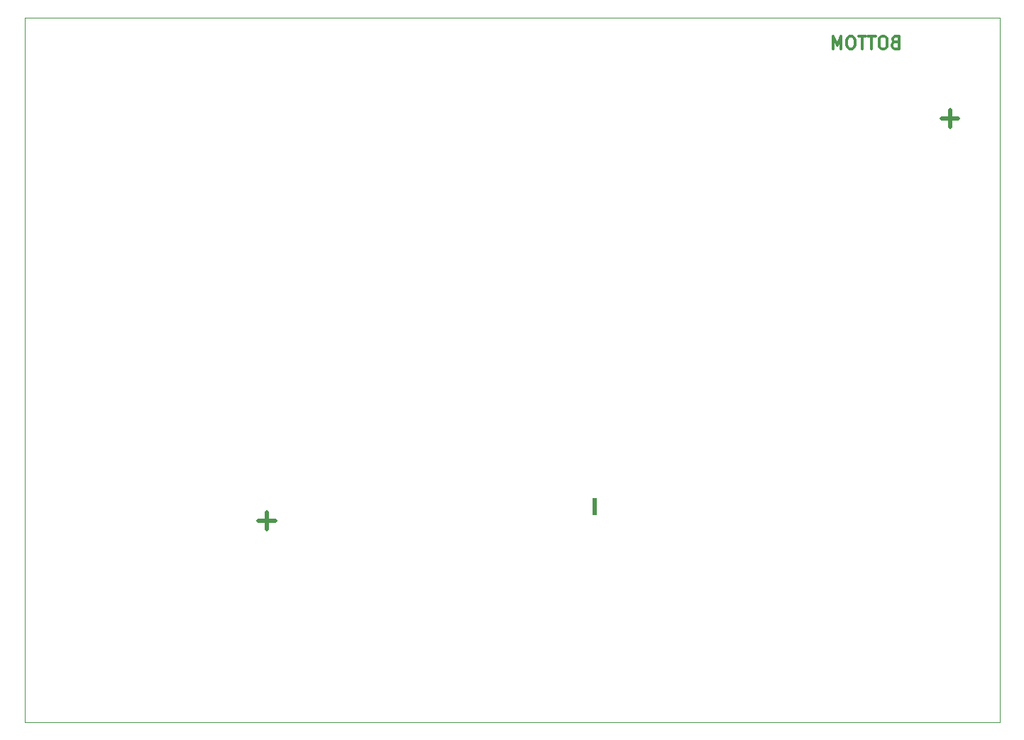
<source format=gbr>
%TF.GenerationSoftware,KiCad,Pcbnew,(6.0.0)*%
%TF.CreationDate,2022-01-24T11:23:06-03:00*%
%TF.ProjectId,HLI-M,484c492d-4d2e-46b6-9963-61645f706362,rev?*%
%TF.SameCoordinates,Original*%
%TF.FileFunction,Legend,Bot*%
%TF.FilePolarity,Positive*%
%FSLAX46Y46*%
G04 Gerber Fmt 4.6, Leading zero omitted, Abs format (unit mm)*
G04 Created by KiCad (PCBNEW (6.0.0)) date 2022-01-24 11:23:06*
%MOMM*%
%LPD*%
G01*
G04 APERTURE LIST*
%ADD10C,0.500000*%
%TA.AperFunction,Profile*%
%ADD11C,0.050000*%
%TD*%
%ADD12C,0.300000*%
%ADD13R,0.600000X2.100000*%
G04 APERTURE END LIST*
D10*
X181500000Y-41500000D02*
X179500000Y-41500000D01*
X180500000Y-40500000D02*
X180500000Y-42500000D01*
X100000000Y-89500000D02*
X98000000Y-89500000D01*
X99000000Y-88500000D02*
X99000000Y-90500000D01*
D11*
X186436000Y-113538000D02*
X186436000Y-29500000D01*
X70104000Y-29500000D02*
X70104000Y-113538000D01*
X186436000Y-29500000D02*
X70104000Y-29500000D01*
X70104000Y-113538000D02*
X186436000Y-113538000D01*
D12*
X173964285Y-32392857D02*
X173750000Y-32464285D01*
X173678571Y-32535714D01*
X173607142Y-32678571D01*
X173607142Y-32892857D01*
X173678571Y-33035714D01*
X173750000Y-33107142D01*
X173892857Y-33178571D01*
X174464285Y-33178571D01*
X174464285Y-31678571D01*
X173964285Y-31678571D01*
X173821428Y-31750000D01*
X173750000Y-31821428D01*
X173678571Y-31964285D01*
X173678571Y-32107142D01*
X173750000Y-32250000D01*
X173821428Y-32321428D01*
X173964285Y-32392857D01*
X174464285Y-32392857D01*
X172678571Y-31678571D02*
X172392857Y-31678571D01*
X172250000Y-31750000D01*
X172107142Y-31892857D01*
X172035714Y-32178571D01*
X172035714Y-32678571D01*
X172107142Y-32964285D01*
X172250000Y-33107142D01*
X172392857Y-33178571D01*
X172678571Y-33178571D01*
X172821428Y-33107142D01*
X172964285Y-32964285D01*
X173035714Y-32678571D01*
X173035714Y-32178571D01*
X172964285Y-31892857D01*
X172821428Y-31750000D01*
X172678571Y-31678571D01*
X171607142Y-31678571D02*
X170750000Y-31678571D01*
X171178571Y-33178571D02*
X171178571Y-31678571D01*
X170464285Y-31678571D02*
X169607142Y-31678571D01*
X170035714Y-33178571D02*
X170035714Y-31678571D01*
X168821428Y-31678571D02*
X168535714Y-31678571D01*
X168392857Y-31750000D01*
X168250000Y-31892857D01*
X168178571Y-32178571D01*
X168178571Y-32678571D01*
X168250000Y-32964285D01*
X168392857Y-33107142D01*
X168535714Y-33178571D01*
X168821428Y-33178571D01*
X168964285Y-33107142D01*
X169107142Y-32964285D01*
X169178571Y-32678571D01*
X169178571Y-32178571D01*
X169107142Y-31892857D01*
X168964285Y-31750000D01*
X168821428Y-31678571D01*
X167535714Y-33178571D02*
X167535714Y-31678571D01*
X167035714Y-32750000D01*
X166535714Y-31678571D01*
X166535714Y-33178571D01*
D13*
%TO.C,Y1*%
X138130700Y-87788300D03*
%TD*%
M02*

</source>
